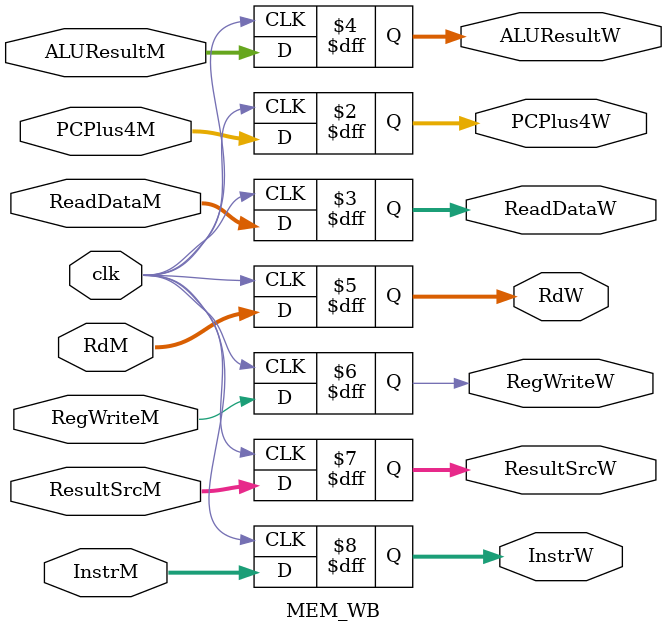
<source format=sv>
module MEM_WB(
    input clk,
          
    input [31:0] PCPlus4M,  // PC+4 from MEM stage
    input [31:0] ReadDataM, // Data read from memory
    input [31:0] ALUResultM,// ALU computation result
    input [4:0] RdM,        // Destination register
    input RegWriteM,        // Register write control
    input [31:0]InstrM,
    input [1:0] ResultSrcM,       // Memory to register control
   

    output reg [31:0] PCPlus4W,
    output reg [31:0] ReadDataW,
    output reg [31:0] ALUResultW,
    output reg [4:0] RdW,
    output reg RegWriteW,
    output reg [1:0]  ResultSrcW,
    output reg [31:0] InstrW,
    
);
reg [31:0] ReadDataM_delayed;
    always @( posedge clk ) begin//posedge clk or
            InstrW <= InstrM;
            PCPlus4W <= PCPlus4M;
            ReadDataW <= ReadDataM;
            ALUResultW <= ALUResultM;
            RdW <= RdM;
            RegWriteW <= RegWriteM;
            ResultSrcW <= ResultSrcM;
        end
    
endmodule

</source>
